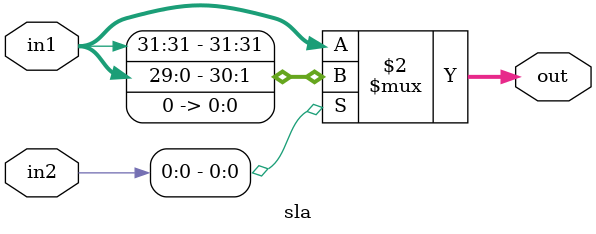
<source format=v>
module sla (
    in1,
    in2,
    out
);
  input [31:0] in1;
  input [31:0] in2;
  output [31:0] out;

  assign out = in2[0] == 1 ? {in1[31], in1[29:0], 1'b0} : in1;
endmodule
</source>
